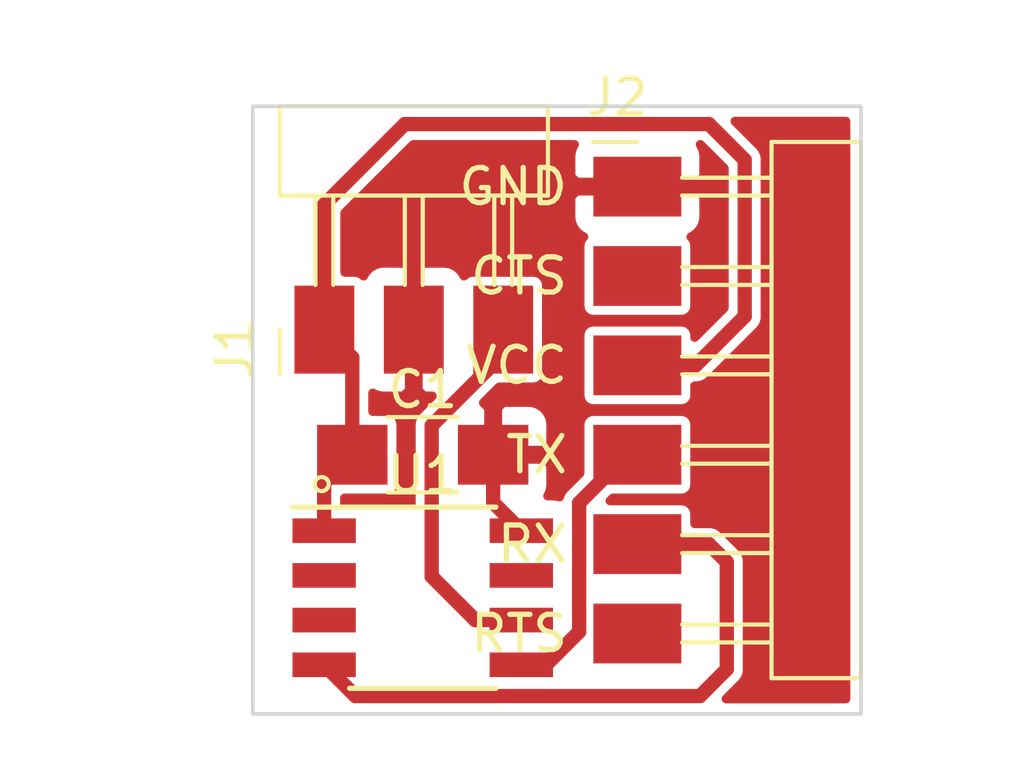
<source format=kicad_pcb>
(kicad_pcb (version 20171130) (host pcbnew "(5.1.9)-1")

  (general
    (thickness 1.6)
    (drawings 4)
    (tracks 30)
    (zones 0)
    (modules 4)
    (nets 11)
  )

  (page A4)
  (layers
    (0 F.Cu signal)
    (31 B.Cu signal)
    (32 B.Adhes user)
    (33 F.Adhes user)
    (34 B.Paste user)
    (35 F.Paste user)
    (36 B.SilkS user)
    (37 F.SilkS user)
    (38 B.Mask user)
    (39 F.Mask user)
    (40 Dwgs.User user)
    (41 Cmts.User user)
    (42 Eco1.User user)
    (43 Eco2.User user)
    (44 Edge.Cuts user)
    (45 Margin user)
    (46 B.CrtYd user)
    (47 F.CrtYd user)
    (48 B.Fab user)
    (49 F.Fab user)
  )

  (setup
    (last_trace_width 0.4064)
    (user_trace_width 0.4064)
    (trace_clearance 0.2)
    (zone_clearance 0.25)
    (zone_45_only no)
    (trace_min 0.2)
    (via_size 0.8)
    (via_drill 0.4)
    (via_min_size 0.4)
    (via_min_drill 0.3)
    (uvia_size 0.3)
    (uvia_drill 0.1)
    (uvias_allowed no)
    (uvia_min_size 0.2)
    (uvia_min_drill 0.1)
    (edge_width 0.05)
    (segment_width 0.2)
    (pcb_text_width 0.3)
    (pcb_text_size 1.5 1.5)
    (mod_edge_width 0.12)
    (mod_text_size 1 1)
    (mod_text_width 0.15)
    (pad_size 1.524 1.524)
    (pad_drill 0.762)
    (pad_to_mask_clearance 0)
    (aux_axis_origin 0 0)
    (visible_elements FFFFFF7F)
    (pcbplotparams
      (layerselection 0x010fc_ffffffff)
      (usegerberextensions false)
      (usegerberattributes true)
      (usegerberadvancedattributes true)
      (creategerberjobfile true)
      (excludeedgelayer true)
      (linewidth 0.100000)
      (plotframeref false)
      (viasonmask false)
      (mode 1)
      (useauxorigin false)
      (hpglpennumber 1)
      (hpglpenspeed 20)
      (hpglpendiameter 15.000000)
      (psnegative false)
      (psa4output false)
      (plotreference true)
      (plotvalue true)
      (plotinvisibletext false)
      (padsonsilk false)
      (subtractmaskfromsilk false)
      (outputformat 1)
      (mirror false)
      (drillshape 1)
      (scaleselection 1)
      (outputdirectory ""))
  )

  (net 0 "")
  (net 1 VCC)
  (net 2 GND)
  (net 3 "Net-(J2-Pad6)")
  (net 4 "Net-(J2-Pad5)")
  (net 5 "Net-(J2-Pad4)")
  (net 6 "Net-(J2-Pad2)")
  (net 7 "Net-(U1-Pad2)")
  (net 8 "Net-(U1-Pad3)")
  (net 9 "Net-(U1-Pad7)")
  (net 10 "Net-(J1-Pad3)")

  (net_class Default "This is the default net class."
    (clearance 0.2)
    (trace_width 0.25)
    (via_dia 0.8)
    (via_drill 0.4)
    (uvia_dia 0.3)
    (uvia_drill 0.1)
    (add_net GND)
    (add_net "Net-(J1-Pad3)")
    (add_net "Net-(J2-Pad2)")
    (add_net "Net-(J2-Pad4)")
    (add_net "Net-(J2-Pad5)")
    (add_net "Net-(J2-Pad6)")
    (add_net "Net-(U1-Pad2)")
    (add_net "Net-(U1-Pad3)")
    (add_net "Net-(U1-Pad7)")
    (add_net VCC)
  )

  (module fab:SOIC-8_3.9x4.9mm_P1.27mm (layer F.Cu) (tedit 6002FE9A) (tstamp 602A7C41)
    (at 37.592 41.91)
    (tags "SOIC 1.27")
    (path /602A73D2)
    (attr smd)
    (fp_text reference U1 (at 0 -3.5) (layer F.SilkS)
      (effects (font (size 1 1) (thickness 0.15)))
    )
    (fp_text value Microcontroller_ATtiny412_SSFR (at 0 3.683) (layer F.Fab)
      (effects (font (size 1 1) (thickness 0.15)))
    )
    (fp_text user %R (at 0 0) (layer F.Fab)
      (effects (font (size 0.9 0.9) (thickness 0.135)))
    )
    (fp_line (start -3.9 2.75) (end -3.9 -2.8) (layer B.CrtYd) (width 0.05))
    (fp_line (start 3.95 2.75) (end -3.9 2.75) (layer B.CrtYd) (width 0.05))
    (fp_line (start 3.95 -2.8) (end 3.95 2.75) (layer B.CrtYd) (width 0.05))
    (fp_line (start -3.9 -2.8) (end 3.95 -2.8) (layer B.CrtYd) (width 0.05))
    (fp_line (start -1.95 -2.45) (end -1.95 2.45) (layer F.Fab) (width 0.1))
    (fp_line (start 1.95 -2.45) (end 1.95 2.45) (layer F.Fab) (width 0.1))
    (fp_line (start -1.95 2.45) (end 1.95 2.45) (layer F.Fab) (width 0.1))
    (fp_line (start -1.95 -2.45) (end 1.95 -2.45) (layer F.Fab) (width 0.1))
    (fp_line (start -2.075 2.575) (end 2.075 2.575) (layer F.SilkS) (width 0.15))
    (fp_line (start -3.69 -2.575) (end 2.075 -2.575) (layer F.SilkS) (width 0.15))
    (fp_circle (center -2.87 -3.23) (end -2.67 -3.23) (layer F.SilkS) (width 0.12))
    (pad 1 smd rect (at -2.8 -1.905) (size 1.8 0.7) (layers F.Cu F.Paste F.Mask)
      (net 1 VCC))
    (pad 2 smd rect (at -2.8 -0.635) (size 1.8 0.7) (layers F.Cu F.Paste F.Mask)
      (net 7 "Net-(U1-Pad2)"))
    (pad 3 smd rect (at -2.8 0.635) (size 1.8 0.7) (layers F.Cu F.Paste F.Mask)
      (net 8 "Net-(U1-Pad3)"))
    (pad 4 smd rect (at -2.8 1.905) (size 1.8 0.7) (layers F.Cu F.Paste F.Mask)
      (net 4 "Net-(J2-Pad5)"))
    (pad 5 smd rect (at 2.8 1.905) (size 1.8 0.7) (layers F.Cu F.Paste F.Mask)
      (net 5 "Net-(J2-Pad4)"))
    (pad 6 smd rect (at 2.8 0.635) (size 1.8 0.7) (layers F.Cu F.Paste F.Mask)
      (net 10 "Net-(J1-Pad3)"))
    (pad 7 smd rect (at 2.8 -0.635) (size 1.8 0.7) (layers F.Cu F.Paste F.Mask)
      (net 9 "Net-(U1-Pad7)"))
    (pad 8 smd rect (at 2.8 -1.905) (size 1.8 0.7) (layers F.Cu F.Paste F.Mask)
      (net 2 GND))
    (model ${FAB}/fab.3dshapes/SOIC-8_3.9x4.9mm_P1.27mm.step
      (at (xyz 0 0 0))
      (scale (xyz 1 1 1))
      (rotate (xyz 0 0 0))
    )
  )

  (module fab:Header_SMD_FTDI_01x06_P2.54mm_Horizontal_Male (layer F.Cu) (tedit 5FFD952E) (tstamp 602A7C29)
    (at 43.688 30.226)
    (descr https://s3.amazonaws.com/catalogspreads-pdf/PAGE112-113%20.100%20MALE%20HDR.pdf)
    (tags "horizontal pin header SMD 2.54mm")
    (path /602ABC9B)
    (attr smd)
    (fp_text reference J2 (at -1.524 -2.54 180) (layer F.SilkS)
      (effects (font (size 1 1) (thickness 0.15)) (justify left))
    )
    (fp_text value Conn_FTDI_01x06_Male (at 2.286 15.621) (layer F.Fab)
      (effects (font (size 1 1) (thickness 0.15)))
    )
    (fp_text user RTS (at -1.905 12.7) (layer F.SilkS)
      (effects (font (size 1 1) (thickness 0.15)) (justify right))
    )
    (fp_text user RX (at -1.905 10.16) (layer F.SilkS)
      (effects (font (size 1 1) (thickness 0.15)) (justify right))
    )
    (fp_text user TX (at -1.905 7.62) (layer F.SilkS)
      (effects (font (size 1 1) (thickness 0.15)) (justify right))
    )
    (fp_text user VCC (at -1.905 5.08) (layer F.SilkS)
      (effects (font (size 1 1) (thickness 0.15)) (justify right))
    )
    (fp_text user CTS (at -1.905 2.54) (layer F.SilkS)
      (effects (font (size 1 1) (thickness 0.15)) (justify right))
    )
    (fp_text user GND (at -1.905 0) (layer F.SilkS)
      (effects (font (size 1 1) (thickness 0.15)) (justify right))
    )
    (fp_text user %R (at 2.6 6.1 90) (layer F.Fab)
      (effects (font (size 1 1) (thickness 0.15)))
    )
    (fp_line (start -0.635 12.446) (end -0.635 12.954) (layer F.Fab) (width 0.1))
    (fp_line (start -0.635 9.906) (end -0.635 10.414) (layer F.Fab) (width 0.1))
    (fp_line (start -0.635 7.366) (end -0.635 7.874) (layer F.Fab) (width 0.1))
    (fp_line (start -0.635 4.826) (end -0.635 5.334) (layer F.Fab) (width 0.1))
    (fp_line (start -0.635 2.286) (end -0.635 2.794) (layer F.Fab) (width 0.1))
    (fp_line (start -0.635 -0.254) (end -0.635 0.254) (layer F.Fab) (width 0.1))
    (fp_line (start 3.81 12.954) (end 1.27 12.954) (layer F.SilkS) (width 0.12))
    (fp_line (start 3.81 12.446) (end 1.27 12.446) (layer F.SilkS) (width 0.12))
    (fp_line (start 3.81 10.414) (end 1.27 10.414) (layer F.SilkS) (width 0.12))
    (fp_line (start 3.81 9.906) (end 1.27 9.906) (layer F.SilkS) (width 0.12))
    (fp_line (start 3.81 7.874) (end 1.27 7.874) (layer F.SilkS) (width 0.12))
    (fp_line (start 3.81 7.366) (end 1.27 7.366) (layer F.SilkS) (width 0.12))
    (fp_line (start 3.81 5.334) (end 1.27 5.334) (layer F.SilkS) (width 0.12))
    (fp_line (start 3.81 4.826) (end 1.27 4.826) (layer F.SilkS) (width 0.12))
    (fp_line (start 3.81 2.794) (end 1.27 2.794) (layer F.SilkS) (width 0.12))
    (fp_line (start 3.81 2.286) (end 1.27 2.286) (layer F.SilkS) (width 0.12))
    (fp_line (start 3.81 0.254) (end 1.27 0.254) (layer F.SilkS) (width 0.12))
    (fp_line (start 3.81 -0.254) (end 1.27 -0.254) (layer F.SilkS) (width 0.12))
    (fp_line (start 3.81 13.97) (end 3.81 -1.27) (layer F.SilkS) (width 0.12))
    (fp_line (start 6.35 13.97) (end 3.81 13.97) (layer F.SilkS) (width 0.12))
    (fp_line (start 6.35 -1.27) (end 6.35 13.97) (layer F.SilkS) (width 0.12))
    (fp_line (start 3.81 -1.27) (end 6.35 -1.27) (layer F.SilkS) (width 0.12))
    (fp_line (start 3.81 12.7) (end -0.635 12.7) (layer F.Fab) (width 0.1))
    (fp_line (start 3.81 10.16) (end -0.635 10.16) (layer F.Fab) (width 0.1))
    (fp_line (start 3.81 7.62) (end -0.635 7.62) (layer F.Fab) (width 0.1))
    (fp_line (start 3.81 5.08) (end -0.635 5.08) (layer F.Fab) (width 0.1))
    (fp_line (start 3.81 2.54) (end -0.635 2.54) (layer F.Fab) (width 0.1))
    (fp_line (start 3.81 0) (end -0.635 0) (layer F.Fab) (width 0.1))
    (fp_line (start 6.34 -1.27) (end 6.35 13.97) (layer F.Fab) (width 0.1))
    (fp_line (start 3.8 13.97) (end 6.35 13.97) (layer F.Fab) (width 0.1))
    (fp_line (start 3.8 -1.27) (end 6.34 -1.27) (layer F.Fab) (width 0.1))
    (fp_line (start 3.8 13.97) (end 3.8 -1.27) (layer F.Fab) (width 0.1))
    (fp_line (start -1.27 -1.27) (end 0 -1.27) (layer F.SilkS) (width 0.12))
    (fp_line (start -1.8 -1.8) (end -1.8 14.5) (layer F.CrtYd) (width 0.05))
    (fp_line (start -1.8 14.5) (end 6.4 14.5) (layer F.CrtYd) (width 0.05))
    (fp_line (start 6.4 14.5) (end 6.4 -1.8) (layer F.CrtYd) (width 0.05))
    (fp_line (start 6.4 -1.8) (end -1.8 -1.8) (layer F.CrtYd) (width 0.05))
    (pad 6 smd rect (at 0 12.7) (size 2.5 1.7) (layers F.Cu F.Paste F.Mask)
      (net 3 "Net-(J2-Pad6)"))
    (pad 5 smd rect (at 0 10.16) (size 2.5 1.7) (layers F.Cu F.Paste F.Mask)
      (net 4 "Net-(J2-Pad5)"))
    (pad 4 smd rect (at 0 7.62) (size 2.5 1.7) (layers F.Cu F.Paste F.Mask)
      (net 5 "Net-(J2-Pad4)"))
    (pad 3 smd rect (at 0 5.08) (size 2.5 1.7) (layers F.Cu F.Paste F.Mask)
      (net 1 VCC))
    (pad 2 smd rect (at 0 2.54) (size 2.5 1.7) (layers F.Cu F.Paste F.Mask)
      (net 6 "Net-(J2-Pad2)"))
    (pad 1 smd rect (at 0 0) (size 2.5 1.7) (layers F.Cu F.Paste F.Mask)
      (net 2 GND))
    (model ${FAB}/fab.3dshapes/Header_SMD_01x06_P2.54mm_Horizontal_Male.step
      (at (xyz 0 0 0))
      (scale (xyz 1 1 1))
      (rotate (xyz 0 0 0))
    )
  )

  (module fab:Header_SMD_01x03_P2.54mm_Horizontal_Male (layer F.Cu) (tedit 5FFC95A6) (tstamp 602A7D34)
    (at 34.798 34.29 90)
    (descr https://s3.amazonaws.com/catalogspreads-pdf/PAGE112-113%20.100%20MALE%20HDR.pdf)
    (tags "horizontal pin header SMD 2.54mm")
    (path /602AE42A)
    (attr smd)
    (fp_text reference J1 (at -1.524 -2.54 270) (layer F.SilkS)
      (effects (font (size 1 1) (thickness 0.15)) (justify left))
    )
    (fp_text value Conn_01x03_Male (at 2.6 8.3 90) (layer F.Fab)
      (effects (font (size 1 1) (thickness 0.15)))
    )
    (fp_text user %R (at 2.4 2.6) (layer F.Fab)
      (effects (font (size 1 1) (thickness 0.15)))
    )
    (fp_line (start 6.4 -1.8) (end -1.8 -1.8) (layer F.CrtYd) (width 0.05))
    (fp_line (start 6.4 6.9) (end 6.4 -1.8) (layer F.CrtYd) (width 0.05))
    (fp_line (start -1.8 6.9) (end 6.4 6.9) (layer F.CrtYd) (width 0.05))
    (fp_line (start -1.8 -1.8) (end -1.8 6.9) (layer F.CrtYd) (width 0.05))
    (fp_line (start -1.27 -1.27) (end 0 -1.27) (layer F.SilkS) (width 0.12))
    (fp_line (start 3.81 6.35) (end 3.8 -1.27) (layer F.Fab) (width 0.1))
    (fp_line (start 3.8 -1.27) (end 6.34 -1.27) (layer F.Fab) (width 0.1))
    (fp_line (start 3.8 6.35) (end 6.35 6.35) (layer F.Fab) (width 0.1))
    (fp_line (start 6.34 -1.27) (end 6.35 6.35) (layer F.Fab) (width 0.1))
    (fp_line (start 3.81 0) (end -0.635 0) (layer F.Fab) (width 0.1))
    (fp_line (start 3.81 2.54) (end -0.635 2.54) (layer F.Fab) (width 0.1))
    (fp_line (start 3.81 5.08) (end -0.635 5.08) (layer F.Fab) (width 0.1))
    (fp_line (start 3.81 -1.27) (end 6.35 -1.27) (layer F.SilkS) (width 0.12))
    (fp_line (start 6.35 -1.27) (end 6.35 6.35) (layer F.SilkS) (width 0.12))
    (fp_line (start 6.35 6.35) (end 3.81 6.35) (layer F.SilkS) (width 0.12))
    (fp_line (start 3.81 6.35) (end 3.81 -1.27) (layer F.SilkS) (width 0.12))
    (fp_line (start 3.81 -0.254) (end 1.27 -0.254) (layer F.SilkS) (width 0.12))
    (fp_line (start 3.81 0.254) (end 1.27 0.254) (layer F.SilkS) (width 0.12))
    (fp_line (start 3.81 2.286) (end 1.27 2.286) (layer F.SilkS) (width 0.12))
    (fp_line (start 3.81 2.794) (end 1.27 2.794) (layer F.SilkS) (width 0.12))
    (fp_line (start 3.81 4.826) (end 1.27 4.826) (layer F.SilkS) (width 0.12))
    (fp_line (start 3.81 5.334) (end 1.27 5.334) (layer F.SilkS) (width 0.12))
    (fp_line (start -0.635 -0.254) (end -0.635 0.254) (layer F.Fab) (width 0.1))
    (fp_line (start -0.635 2.286) (end -0.635 2.794) (layer F.Fab) (width 0.1))
    (fp_line (start -0.635 4.826) (end -0.635 5.334) (layer F.Fab) (width 0.1))
    (pad 3 smd rect (at 0 5.08 90) (size 2.5 1.7) (layers F.Cu F.Paste F.Mask)
      (net 10 "Net-(J1-Pad3)"))
    (pad 2 smd rect (at 0 2.54 90) (size 2.5 1.7) (layers F.Cu F.Paste F.Mask)
      (net 2 GND))
    (pad 1 smd rect (at 0 0 90) (size 2.5 1.7) (layers F.Cu F.Paste F.Mask)
      (net 1 VCC))
    (model "$(FAB)/fab.3dshapes/Header_SMD_01x03_P2.54mm_Horizontal_Male.step"
      (at (xyz 0 0 0))
      (scale (xyz 1 1 1))
      (rotate (xyz 0 0 0))
    )
  )

  (module fab:C_1206 (layer F.Cu) (tedit 6002C54C) (tstamp 602A7BD2)
    (at 37.592 37.846)
    (descr "Capacitor SMD 1206, hand soldering")
    (tags "capacitor 1206")
    (path /602A8647)
    (attr smd)
    (fp_text reference C1 (at 0 -1.85) (layer F.SilkS)
      (effects (font (size 1 1) (thickness 0.15)))
    )
    (fp_text value 1u (at 0 1.9) (layer F.Fab)
      (effects (font (size 1 1) (thickness 0.15)))
    )
    (fp_text user %R (at 0 0) (layer F.Fab)
      (effects (font (size 0.7 0.7) (thickness 0.105)))
    )
    (fp_line (start -1.6 0.8) (end -1.6 -0.8) (layer F.Fab) (width 0.1))
    (fp_line (start 1.6 0.8) (end -1.6 0.8) (layer F.Fab) (width 0.1))
    (fp_line (start 1.6 -0.8) (end 1.6 0.8) (layer F.Fab) (width 0.1))
    (fp_line (start -1.6 -0.8) (end 1.6 -0.8) (layer F.Fab) (width 0.1))
    (fp_line (start 1 1.07) (end -1 1.07) (layer F.SilkS) (width 0.12))
    (fp_line (start -1 -1.07) (end 1 -1.07) (layer F.SilkS) (width 0.12))
    (fp_line (start -3.25 -1.11) (end 3.25 -1.11) (layer F.CrtYd) (width 0.05))
    (fp_line (start -3.25 -1.11) (end -3.25 1.1) (layer F.CrtYd) (width 0.05))
    (fp_line (start 3.25 1.1) (end 3.25 -1.11) (layer F.CrtYd) (width 0.05))
    (fp_line (start 3.25 1.1) (end -3.25 1.1) (layer F.CrtYd) (width 0.05))
    (pad 1 smd rect (at -2 0) (size 2 1.7) (layers F.Cu F.Paste F.Mask)
      (net 1 VCC))
    (pad 2 smd rect (at 2 0) (size 2 1.7) (layers F.Cu F.Paste F.Mask)
      (net 2 GND))
    (model ${FAB}/fab.3dshapes/C_1206.step
      (at (xyz 0 0 0))
      (scale (xyz 1 1 1))
      (rotate (xyz 0 0 0))
    )
  )

  (gr_line (start 50.038 27.94) (end 50.038 45.212) (layer Edge.Cuts) (width 0.1))
  (gr_line (start 32.766 27.94) (end 50.038 27.94) (layer Edge.Cuts) (width 0.1))
  (gr_line (start 32.766 45.212) (end 32.766 27.94) (layer Edge.Cuts) (width 0.1))
  (gr_line (start 50.038 45.212) (end 32.766 45.212) (layer Edge.Cuts) (width 0.1))

  (segment (start 43.688 35.306) (end 43.973762 35.306) (width 0.4064) (layer F.Cu) (net 1))
  (segment (start 34.792 38.646) (end 35.592 37.846) (width 0.4064) (layer F.Cu) (net 1))
  (segment (start 34.792 40.005) (end 34.792 38.646) (width 0.4064) (layer F.Cu) (net 1))
  (segment (start 35.592 35.084) (end 34.798 34.29) (width 0.4064) (layer F.Cu) (net 1))
  (segment (start 35.592 37.846) (end 35.592 35.084) (width 0.4064) (layer F.Cu) (net 1))
  (segment (start 45.72 28.448) (end 37.084 28.448) (width 0.4064) (layer F.Cu) (net 1))
  (segment (start 46.736 29.464) (end 45.72 28.448) (width 0.4064) (layer F.Cu) (net 1))
  (segment (start 37.084 28.448) (end 34.798 30.734) (width 0.4064) (layer F.Cu) (net 1))
  (segment (start 46.736 33.9144) (end 46.736 29.464) (width 0.4064) (layer F.Cu) (net 1))
  (segment (start 45.3444 35.306) (end 46.736 33.9144) (width 0.4064) (layer F.Cu) (net 1))
  (segment (start 34.798 30.734) (end 34.798 34.29) (width 0.4064) (layer F.Cu) (net 1))
  (segment (start 43.688 35.306) (end 45.3444 35.306) (width 0.4064) (layer F.Cu) (net 1))
  (segment (start 39.592 39.205) (end 40.392 40.005) (width 0.4064) (layer F.Cu) (net 2))
  (segment (start 39.592 37.846) (end 39.592 39.205) (width 0.4064) (layer F.Cu) (net 2))
  (segment (start 45.466 44.704) (end 35.681 44.704) (width 0.4064) (layer F.Cu) (net 4))
  (segment (start 46.228 43.942) (end 45.466 44.704) (width 0.4064) (layer F.Cu) (net 4))
  (segment (start 35.681 44.704) (end 34.792 43.815) (width 0.4064) (layer F.Cu) (net 4))
  (segment (start 46.228 40.894) (end 46.228 43.942) (width 0.4064) (layer F.Cu) (net 4))
  (segment (start 45.72 40.386) (end 46.228 40.894) (width 0.4064) (layer F.Cu) (net 4))
  (segment (start 43.688 40.386) (end 45.72 40.386) (width 0.4064) (layer F.Cu) (net 4))
  (segment (start 42.034799 39.213439) (end 43.402238 37.846) (width 0.4064) (layer F.Cu) (net 5))
  (segment (start 43.402238 37.846) (end 43.688 37.846) (width 0.4064) (layer F.Cu) (net 5))
  (segment (start 42.034799 42.877963) (end 42.034799 39.213439) (width 0.4064) (layer F.Cu) (net 5))
  (segment (start 41.097762 43.815) (end 42.034799 42.877963) (width 0.4064) (layer F.Cu) (net 5))
  (segment (start 40.392 43.815) (end 41.097762 43.815) (width 0.4064) (layer F.Cu) (net 5))
  (segment (start 39.0856 42.545) (end 37.846 41.3054) (width 0.4064) (layer F.Cu) (net 10))
  (segment (start 40.392 42.545) (end 39.0856 42.545) (width 0.4064) (layer F.Cu) (net 10))
  (segment (start 39.878 34.984238) (end 39.878 34.29) (width 0.4064) (layer F.Cu) (net 10))
  (segment (start 37.846 37.016238) (end 39.878 34.984238) (width 0.4064) (layer F.Cu) (net 10))
  (segment (start 37.846 41.3054) (end 37.846 37.016238) (width 0.4064) (layer F.Cu) (net 10))

  (zone (net 2) (net_name GND) (layer F.Cu) (tstamp 0) (hatch edge 0.508)
    (connect_pads (clearance 0.25))
    (min_thickness 0.254)
    (fill yes (arc_segments 32) (thermal_gap 0.508) (thermal_bridge_width 0.508))
    (polygon
      (pts
        (xy 50.060161 45.212) (xy 32.788161 45.212) (xy 32.766 27.94) (xy 50.038 27.94)
      )
    )
    (filled_polygon
      (pts
        (xy 49.611001 44.785) (xy 46.205526 44.785) (xy 46.618108 44.372418) (xy 46.640248 44.354248) (xy 46.712753 44.265901)
        (xy 46.766628 44.165107) (xy 46.799805 44.055739) (xy 46.8082 43.970501) (xy 46.8082 43.970491) (xy 46.811006 43.942)
        (xy 46.8082 43.913509) (xy 46.8082 40.92249) (xy 46.811006 40.893999) (xy 46.8082 40.865508) (xy 46.8082 40.865499)
        (xy 46.799805 40.780261) (xy 46.766628 40.670893) (xy 46.712753 40.570099) (xy 46.691029 40.543628) (xy 46.658416 40.503889)
        (xy 46.658413 40.503886) (xy 46.640248 40.481752) (xy 46.618115 40.463588) (xy 46.150417 39.995891) (xy 46.132248 39.973752)
        (xy 46.043901 39.901247) (xy 45.943107 39.847372) (xy 45.833739 39.814195) (xy 45.748501 39.8058) (xy 45.748491 39.8058)
        (xy 45.72 39.802994) (xy 45.691509 39.8058) (xy 45.316824 39.8058) (xy 45.316824 39.536) (xy 45.309545 39.462095)
        (xy 45.287988 39.39103) (xy 45.252981 39.325537) (xy 45.205869 39.268131) (xy 45.148463 39.221019) (xy 45.08297 39.186012)
        (xy 45.011905 39.164455) (xy 44.938 39.157176) (xy 42.911588 39.157176) (xy 42.99394 39.074824) (xy 44.938 39.074824)
        (xy 45.011905 39.067545) (xy 45.08297 39.045988) (xy 45.148463 39.010981) (xy 45.205869 38.963869) (xy 45.252981 38.906463)
        (xy 45.287988 38.84097) (xy 45.309545 38.769905) (xy 45.316824 38.696) (xy 45.316824 36.996) (xy 45.309545 36.922095)
        (xy 45.287988 36.85103) (xy 45.252981 36.785537) (xy 45.205869 36.728131) (xy 45.148463 36.681019) (xy 45.08297 36.646012)
        (xy 45.011905 36.624455) (xy 44.938 36.617176) (xy 42.438 36.617176) (xy 42.364095 36.624455) (xy 42.29303 36.646012)
        (xy 42.227537 36.681019) (xy 42.170131 36.728131) (xy 42.123019 36.785537) (xy 42.088012 36.85103) (xy 42.066455 36.922095)
        (xy 42.059176 36.996) (xy 42.059176 38.368536) (xy 41.644686 38.783026) (xy 41.622552 38.801191) (xy 41.604387 38.823325)
        (xy 41.604383 38.823329) (xy 41.550047 38.889538) (xy 41.496172 38.990332) (xy 41.478663 39.04805) (xy 41.416482 39.029188)
        (xy 41.292 39.016928) (xy 41.140073 39.017688) (xy 41.181502 38.94018) (xy 41.217812 38.820482) (xy 41.230072 38.696)
        (xy 41.227 38.13175) (xy 41.06825 37.973) (xy 39.719 37.973) (xy 39.719 37.993) (xy 39.465 37.993)
        (xy 39.465 37.973) (xy 39.445 37.973) (xy 39.445 37.719) (xy 39.465 37.719) (xy 39.465 36.51975)
        (xy 39.719 36.51975) (xy 39.719 37.719) (xy 41.06825 37.719) (xy 41.227 37.56025) (xy 41.230072 36.996)
        (xy 41.217812 36.871518) (xy 41.181502 36.75182) (xy 41.122537 36.641506) (xy 41.043185 36.544815) (xy 40.946494 36.465463)
        (xy 40.83618 36.406498) (xy 40.716482 36.370188) (xy 40.592 36.357928) (xy 39.87775 36.361) (xy 39.719 36.51975)
        (xy 39.465 36.51975) (xy 39.314007 36.368757) (xy 39.763941 35.918824) (xy 40.728 35.918824) (xy 40.801905 35.911545)
        (xy 40.87297 35.889988) (xy 40.938463 35.854981) (xy 40.995869 35.807869) (xy 41.042981 35.750463) (xy 41.077988 35.68497)
        (xy 41.099545 35.613905) (xy 41.106824 35.54) (xy 41.106824 33.04) (xy 41.099545 32.966095) (xy 41.077988 32.89503)
        (xy 41.042981 32.829537) (xy 40.995869 32.772131) (xy 40.938463 32.725019) (xy 40.87297 32.690012) (xy 40.801905 32.668455)
        (xy 40.728 32.661176) (xy 39.028 32.661176) (xy 38.954095 32.668455) (xy 38.88303 32.690012) (xy 38.817537 32.725019)
        (xy 38.763404 32.769445) (xy 38.718537 32.685506) (xy 38.639185 32.588815) (xy 38.542494 32.509463) (xy 38.43218 32.450498)
        (xy 38.312482 32.414188) (xy 38.188 32.401928) (xy 37.62375 32.405) (xy 37.465 32.56375) (xy 37.465 34.163)
        (xy 37.485 34.163) (xy 37.485 34.417) (xy 37.465 34.417) (xy 37.465 36.01625) (xy 37.62375 36.175)
        (xy 37.865396 36.176316) (xy 37.455887 36.585825) (xy 37.433753 36.60399) (xy 37.415588 36.626124) (xy 37.415584 36.626128)
        (xy 37.361248 36.692337) (xy 37.307373 36.793131) (xy 37.274196 36.902499) (xy 37.262994 37.016238) (xy 37.265801 37.044739)
        (xy 37.2658 39.243) (xy 35.814 39.243) (xy 35.789224 39.24544) (xy 35.765399 39.252667) (xy 35.743443 39.264403)
        (xy 35.725122 39.279438) (xy 35.692 39.276176) (xy 35.3722 39.276176) (xy 35.3722 39.074824) (xy 36.592 39.074824)
        (xy 36.665905 39.067545) (xy 36.73697 39.045988) (xy 36.802463 39.010981) (xy 36.859869 38.963869) (xy 36.906981 38.906463)
        (xy 36.941988 38.84097) (xy 36.963545 38.769905) (xy 36.970824 38.696) (xy 36.970824 36.996) (xy 36.963545 36.922095)
        (xy 36.941988 36.85103) (xy 36.906981 36.785537) (xy 36.859869 36.728131) (xy 36.802463 36.681019) (xy 36.73697 36.646012)
        (xy 36.665905 36.624455) (xy 36.592 36.617176) (xy 36.1722 36.617176) (xy 36.1722 36.09122) (xy 36.24382 36.129502)
        (xy 36.363518 36.165812) (xy 36.488 36.178072) (xy 37.05225 36.175) (xy 37.211 36.01625) (xy 37.211 34.417)
        (xy 37.191 34.417) (xy 37.191 34.163) (xy 37.211 34.163) (xy 37.211 32.56375) (xy 37.05225 32.405)
        (xy 36.488 32.401928) (xy 36.363518 32.414188) (xy 36.24382 32.450498) (xy 36.133506 32.509463) (xy 36.036815 32.588815)
        (xy 35.957463 32.685506) (xy 35.912596 32.769445) (xy 35.858463 32.725019) (xy 35.79297 32.690012) (xy 35.721905 32.668455)
        (xy 35.648 32.661176) (xy 35.3782 32.661176) (xy 35.3782 31.076) (xy 41.799928 31.076) (xy 41.812188 31.200482)
        (xy 41.848498 31.32018) (xy 41.907463 31.430494) (xy 41.986815 31.527185) (xy 42.083506 31.606537) (xy 42.167445 31.651404)
        (xy 42.123019 31.705537) (xy 42.088012 31.77103) (xy 42.066455 31.842095) (xy 42.059176 31.916) (xy 42.059176 33.616)
        (xy 42.066455 33.689905) (xy 42.088012 33.76097) (xy 42.123019 33.826463) (xy 42.170131 33.883869) (xy 42.227537 33.930981)
        (xy 42.29303 33.965988) (xy 42.364095 33.987545) (xy 42.438 33.994824) (xy 44.938 33.994824) (xy 45.011905 33.987545)
        (xy 45.08297 33.965988) (xy 45.148463 33.930981) (xy 45.205869 33.883869) (xy 45.252981 33.826463) (xy 45.287988 33.76097)
        (xy 45.309545 33.689905) (xy 45.316824 33.616) (xy 45.316824 31.916) (xy 45.309545 31.842095) (xy 45.287988 31.77103)
        (xy 45.252981 31.705537) (xy 45.208555 31.651404) (xy 45.292494 31.606537) (xy 45.389185 31.527185) (xy 45.468537 31.430494)
        (xy 45.527502 31.32018) (xy 45.563812 31.200482) (xy 45.576072 31.076) (xy 45.573 30.51175) (xy 45.41425 30.353)
        (xy 43.815 30.353) (xy 43.815 30.373) (xy 43.561 30.373) (xy 43.561 30.353) (xy 41.96175 30.353)
        (xy 41.803 30.51175) (xy 41.799928 31.076) (xy 35.3782 31.076) (xy 35.3782 30.974326) (xy 37.324327 29.0282)
        (xy 41.903885 29.0282) (xy 41.848498 29.13182) (xy 41.812188 29.251518) (xy 41.799928 29.376) (xy 41.803 29.94025)
        (xy 41.96175 30.099) (xy 43.561 30.099) (xy 43.561 30.079) (xy 43.815 30.079) (xy 43.815 30.099)
        (xy 45.41425 30.099) (xy 45.573 29.94025) (xy 45.576072 29.376) (xy 45.563812 29.251518) (xy 45.527502 29.13182)
        (xy 45.472115 29.0282) (xy 45.479674 29.0282) (xy 46.155801 29.704328) (xy 46.1558 33.674074) (xy 45.316824 34.51305)
        (xy 45.316824 34.456) (xy 45.309545 34.382095) (xy 45.287988 34.31103) (xy 45.252981 34.245537) (xy 45.205869 34.188131)
        (xy 45.148463 34.141019) (xy 45.08297 34.106012) (xy 45.011905 34.084455) (xy 44.938 34.077176) (xy 42.438 34.077176)
        (xy 42.364095 34.084455) (xy 42.29303 34.106012) (xy 42.227537 34.141019) (xy 42.170131 34.188131) (xy 42.123019 34.245537)
        (xy 42.088012 34.31103) (xy 42.066455 34.382095) (xy 42.059176 34.456) (xy 42.059176 36.156) (xy 42.066455 36.229905)
        (xy 42.088012 36.30097) (xy 42.123019 36.366463) (xy 42.170131 36.423869) (xy 42.227537 36.470981) (xy 42.29303 36.505988)
        (xy 42.364095 36.527545) (xy 42.438 36.534824) (xy 44.938 36.534824) (xy 45.011905 36.527545) (xy 45.08297 36.505988)
        (xy 45.148463 36.470981) (xy 45.205869 36.423869) (xy 45.252981 36.366463) (xy 45.287988 36.30097) (xy 45.309545 36.229905)
        (xy 45.316824 36.156) (xy 45.316824 35.88629) (xy 45.3444 35.889006) (xy 45.372891 35.8862) (xy 45.372901 35.8862)
        (xy 45.458139 35.877805) (xy 45.567507 35.844628) (xy 45.668301 35.790753) (xy 45.756648 35.718248) (xy 45.774818 35.696108)
        (xy 47.126109 34.344817) (xy 47.148248 34.326648) (xy 47.214815 34.245537) (xy 47.220753 34.238302) (xy 47.274628 34.137507)
        (xy 47.307805 34.02814) (xy 47.319007 33.9144) (xy 47.3162 33.885899) (xy 47.3162 29.492491) (xy 47.319006 29.464)
        (xy 47.3162 29.435509) (xy 47.3162 29.435499) (xy 47.307805 29.350261) (xy 47.274628 29.240893) (xy 47.220753 29.140099)
        (xy 47.20663 29.12289) (xy 47.166416 29.073889) (xy 47.166413 29.073886) (xy 47.148248 29.051752) (xy 47.126114 29.033587)
        (xy 46.459526 28.367) (xy 49.611 28.367)
      )
    )
    (filled_polygon
      (pts
        (xy 40.519 39.878) (xy 40.539 39.878) (xy 40.539 40.132) (xy 40.519 40.132) (xy 40.519 40.152)
        (xy 40.265 40.152) (xy 40.265 40.132) (xy 40.245 40.132) (xy 40.245 39.878) (xy 40.265 39.878)
        (xy 40.265 39.858) (xy 40.519 39.858)
      )
    )
  )
  (zone (net 0) (net_name "") (layer F.Cu) (tstamp 0) (hatch edge 0.508)
    (connect_pads (clearance 0.25))
    (min_thickness 0.254)
    (keepout (tracks allowed) (vias allowed) (copperpour not_allowed))
    (fill (arc_segments 32) (thermal_gap 0.508) (thermal_bridge_width 0.508))
    (polygon
      (pts
        (xy 39.37 44.45) (xy 35.814 44.45) (xy 35.814 39.37) (xy 39.37 39.37)
      )
    )
  )
  (zone (net 0) (net_name "") (layer Eco1.User) (tstamp 0) (hatch edge 0.508)
    (connect_pads (clearance 0.25))
    (min_thickness 0.005)
    (fill yes (arc_segments 32) (thermal_gap 0.508) (thermal_bridge_width 0.508))
    (polygon
      (pts
        (xy 51.435 46.355) (xy 31.75 46.355) (xy 31.75 26.67) (xy 51.435 26.67)
      )
    )
    (filled_polygon
      (pts
        (xy 50.038 45.212) (xy 32.766 45.212) (xy 32.766 27.94) (xy 50.038 27.94)
      )
    )
  )
)

</source>
